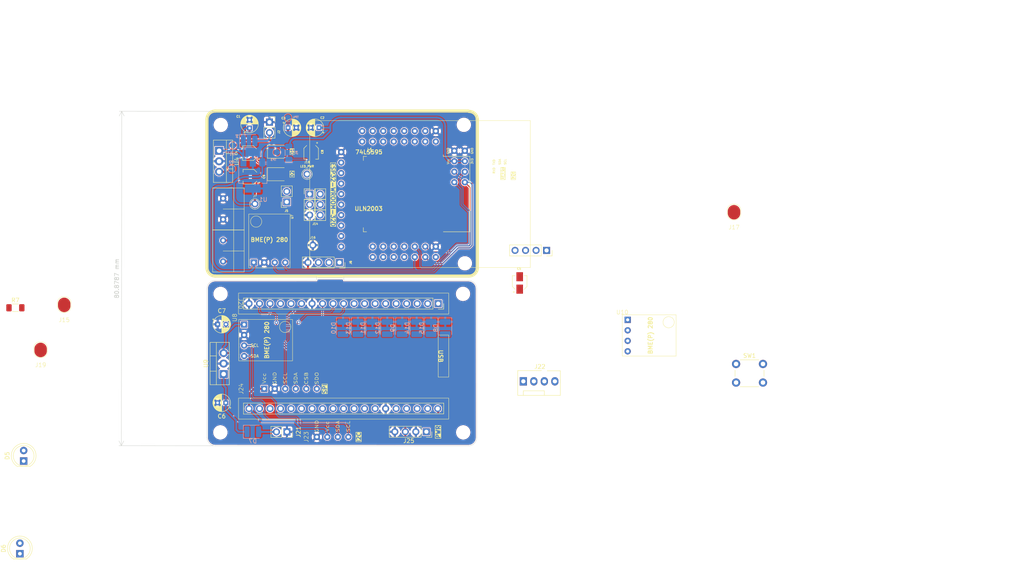
<source format=kicad_pcb>
(kicad_pcb (version 20240108) (generator "pcbnew") (generator_version "8.0")
  (layers (0 "F.Cu" signal) (31 "B.Cu" signal) (34 "B.Paste" user) (35 "F.Paste" user) (36 "B.SilkS" user "B.Silkscreen") (37 "F.SilkS" user "F.Silkscreen") (38 "B.Mask" user) (39 "F.Mask" user) (44 "Edge.Cuts" user))
  (net 0 "")
  (net 1 "GND")
  (net 2 "+3V3")
  (net 3 "+5V")
  (net 4 "/RXD")
  (net 5 "/TXD")
  (net 6 "/SDA")
  (net 7 "/GPIO_33")
  (net 8 "/SCL")
  (net 9 "/OUT3")
  (net 10 "/EN")
  (net 11 "/SOURCE2")
  (net 12 "/SOURCE1")
  (net 13 "/SOURCE3")
  (net 14 "/VDC")
  (net 15 "/DAC1")
  (net 16 "/DAC2")
  (net 17 "/GPIO39")
  (net 18 "/GPIO19")
  (net 19 "/GPIO17")
  (net 20 "/GPIO5")
  (net 21 "/GPIO18")
  (net 22 "/SD_DATA0")
  (net 23 "/ADC2_CH3")
  (net 24 "/SD_DATA3")
  (net 25 "/SD_CMD")
  (net 26 "/SD_CLK")
  (net 27 "/SD_DATA2")
  (net 28 "/SD_DATA1")
  (net 29 "/ADC2_CH0")
  (net 30 "/GPIO23")
  (net 31 "/GPIO36")
  (net 32 "/ADC2_CH2")
  (net 33 "/BOOT")
  (net 34 "/GPIO13")
  (net 35 "/SOURCE4")
  (net 36 "/SOURCE5")
  (net 37 "/SIPO_DATA")
  (net 38 "/SIPO_CLK")
  (net 39 "/SIPO_LATCH")
  (net 40 "/GPIO14")
  (net 41 "/OUT1")
  (net 42 "/VIN")
  (net 45 "Net-(D5-Pad1)")
  (net 46 "Net-(J15-Pin_1)")
  (net 47 "Net-(J19-Pin_1)")
  (net 48 "/OUT2")
  (net 60 "/RX")
  (net 65 "/TX")
  (net 76 "/SCL-2")
  (net 77 "/SDA-2")
  (net 80 "/12V")
  (net 82 "/QB-2")
  (net 83 "/QC-2")
  (net 84 "/QE-2")
  (net 85 "/QA-2")
  (net 86 "/QD-2")
  (net 87 "/QG-2")
  (net 88 "/QH-2")
  (net 89 "/QF-2")
  (net 90 "/SPI-SDO")
  (net 91 "/SPI-CSB")
  (net 92 "/SPI-SCL")
  (net 93 "/SPI-SDA")
  (net 94 "/D23")
  (net 95 "/D18")
  (footprint "Capacitor_THT:CP_Radial_D4.0mm_P2.00mm" (layer "F.Cu") (at 107 44.2 180)
    (property "Reference" "C2")
    (property "Value" "1uF")
  )
  (footprint "LED_SMD:LED_1210_3225Metric_Pad1.42x2.65mm_HandSolder" (layer "F.Cu") (at 97 55.45)
    (property "Reference" "D2")
    (property "Value" "STATUS")
  )
  (footprint "Capacitor_SMD:CP_Elec_3x5.3" (layer "F.Cu") (at 90.3 50.35 180)
    (property "Reference" "C4")
    (property "Value" "0.1uF")
  )
  (footprint "Resistor_SMD:R_1206_3216Metric_Pad1.30x1.75mm_HandSolder" (layer "F.Cu") (at 33.612 87.7585)
    (property "Reference" "R7")
    (property "Value" "4K7")
  )
  (footprint "LED_THT:LED_D5.0mm" (layer "F.Cu") (at 34.7 147.25 90)
    (property "Reference" "D6")
    (property "Value" "LED_STATUS")
  )
  (footprint "Button_Switch_THT:SW_PUSH_6mm" (layer "F.Cu") (at 207.8 101.35)
    (property "Reference" "SW1")
    (property "Value" "SW_Push")
  )
  (footprint "Connector:FanPinHeader_1x04_P2.54mm_Vertical" (layer "F.Cu") (at 156.38 105.55)
    (property "Reference" "J22")
    (property "Value" "Conn_01x04_Pin")
  )
  (footprint "Alexander Footprint Library:Pad_1x01_P2.54_SMD" (layer "F.Cu") (at 39.712 102.098)
    (property "Reference" "J19")
    (property "Value" "LED_PWR")
  )
  (footprint "Alexanddr Footprints Library:ESP32-WROOM-Adapter-Socket-2" (layer "F.Cu") (at 127.6 60.25 -90)
    (property "Reference" "J1")
    (property "Value" "~")
  )
  (footprint "Alexander Footprint Library:Pad_1x01_P2.54_SMD" (layer "F.Cu") (at 45.412 91.198)
    (property "Reference" "J15")
    (property "Value" "LED_PWR")
  )
  (footprint "MountingHole:MountingHole_3mm" (layer "F.Cu") (at 142 43.5)
    (property "Reference" "H1" (hide yes))
    (property "Value" "MountingHole_Pad")
  )
  (footprint "Connector_PinSocket_2.54mm:PinSocket_1x02_P2.54mm_Vertical" (layer "F.Cu") (at 99.25 117.775 -90)
    (property "Reference" "J21")
    (property "Value" "PWR")
  )
  (footprint "MountingHole:MountingHole_3mm" (layer "F.Cu") (at 83.25 43.53)
    (property "Reference" "H2" (hide yes))
    (property "Value" "MountingHole_Pad")
  )
  (footprint "Alexander Footprints Library:Conn_Terminal_5mm" (layer "F.Cu") (at 83.82 53.69)
    (property "Reference" "J9" (hide yes))
    (property "Value" "Conn_01x02_Socket")
  )
  (footprint "Alexander Footprint Library:Pad_1x01_P2.54_SMD" (layer "F.Cu") (at 207.3 68.7895)
    (property "Reference" "J17")
    (property "Value" "GND")
  )
  (footprint "MountingHole:MountingHole_3mm" (layer "F.Cu") (at 141.85 117.9)
    (property "Reference" "H4" (hide yes))
    (property "Value" "MountingHole_Pad")
  )
  (footprint "Capacitor_THT:CP_Radial_D4.0mm_P2.00mm" (layer "F.Cu") (at 82.5 91.75)
    (property "Reference" "C7")
    (property "Value" "1uF")
  )
  (footprint "Connector_PinSocket_2.54mm:PinSocket_1x04_P2.54mm_Vertical" (layer "F.Cu") (at 132.94 117.75 -90)
    (property "Reference" "J25")
    (property "Value" "PWR_SATA_Conn_01x04")
  )
  (footprint "Capacitor_SMD:CP_Elec_3x5.3" (layer "F.Cu") (at 90.4 56.05 180)
    (property "Reference" "C9")
    (property "Value" "0.1uF")
  )
  (footprint "Alexander Footprint Library:PinSocket_1x01_P2.54" (layer "F.Cu") (at 91.5 65.19)
    (property "Reference" "J7")
    (property "Value" "LED_PWR")
  )
  (footprint "Alexander Footprint Library:Conn_SPI" (layer "F.Cu") (at 88.68 107.35 90)
    (property "Reference" "J24")
    (property "Value" "~")
  )
  (footprint "Connector_PinSocket_2.54mm:PinSocket_1x02_P2.54mm_Vertical" (layer "F.Cu") (at 95.025 42.85)
    (property "Reference" "J2")
    (property "Value" "PWR")
  )
  (footprint "Connector_PinSocket_2.54mm:PinSocket_1x04_P2.54mm_Vertical" (layer "F.Cu") (at 111.94 76.8 -90)
    (property "Reference" "J6")
    (property "Value" "SOURCE")
  )
  (footprint "MountingHole:MountingHole_3mm" (layer "F.Cu") (at 83.15 117.9)
    (property "Reference" "H4" (hide yes))
    (property "Value" "MountingHole_Pad")
  )
  (footprint "Connector_PinSocket_2.54mm:PinSocket_1x04_P2.54mm_Vertical" (layer "F.Cu") (at 162 73.875 -90)
    (property "Reference" "J10" (hide yes))
    (property "Value" "ADC")
  )
  (footprint "Capacitor_SMD:CP_Elec_3x5.3" (layer "F.Cu") (at 155.5 81.75 90)
    (property "Reference" "C5")
    (property "Value" "0.1uF")
  )
  (footprint "MountingHole:MountingHole_3mm" (layer "F.Cu") (at 141.8 84.4)
    (property "Reference" "H4" (hide yes))
    (property "Value" "MountingHole_Pad")
  )
  (footprint "Capacitor_THT:CP_Radial_D4.0mm_P2.00mm" (layer "F.Cu") (at 99.5 44.2)
    (property "Reference" "C3")
    (property "Value" "1uF")
  )
  (footprint "Alexander Footprint Library:Conn_ESP32_WROOM-DevKit-38pins" (layer "F.Cu") (at 87.54 86.75 -90)
    (property "Reference" "J20")
    (property "Value" "~")
  )
  (footprint "Capacitor_SMD:CP_Elec_3x5.3" (layer "F.Cu") (at 105.1 50.05 -90)
    (property "Reference" "C8")
    (property "Value" "10uF")
  )
  (footprint "Alexander Footprint Library:LD1117" (layer "F.Cu") (at 83.945 103.79 90)
    (property "Reference" "U9")
    (property "Value" "L7805")
  )
  (footprint "Alexander Footprint Library:PinSocket_1x01_P2.54" (layer "F.Cu") (at 104.1 57.99)
    (property "Reference" "J18")
    (property "Value" "LED_PWR")
  )
  (footprint "Alexander Footprint Library:Conn_I2C" (layer "F.Cu") (at 98.84 119 90)
    (property "Reference" "J23")
    (property "Value" "I2C")
  )
  (footprint "Capacitor_THT:CP_Radial_D4.0mm_P2.00mm" (layer "F.Cu") (at 84.4726 110.75 180)
    (property "Reference" "C6")
    (property "Value" "1uF")
  )
  (footprint "Alexander Footprint Library:BME280_BMP280_I2C" (layer "F.Cu") (at 180.3 89.45)
    (property "Reference" "U10")
    (property "Value" "BME(P)280")
  )
  (footprint "MountingHole:MountingHole_3mm" (layer "F.Cu") (at 83.2 84.4)
    (property "Reference" "H4" (hide yes))
    (property "Value" "MountingHole_Pad")
  )
  (footprint "Connector_PinSocket_2.54mm:PinSocket_1x02_P2.54mm_Vertical" (layer "F.Cu") (at 99.2 62.15 180)
    (property "Reference" "J5")
    (property "Value" "DAC")
  )
  (footprint "Alexander Footprint Library:CONN_2x3" (layer "F.Cu") (at 104.74 55.17)
    (property "Reference" "J14")
    (property "Value" "GPIO")
  )
  (footprint "Alexander Footprints Library:Conn_UART" (layer "F.Cu") (at 139.7 42.15)
    (property "Reference" "J3" (hide yes))
    (property "Value" "UART")
  )
  (footprint "Alexander Footprint Library:PinSocket_1x01_P2.54" (layer "F.Cu") (at 105.5 75.19)
    (property "Reference" "J16")
    (property "Value" "GND")
  )
  (footprint "Capacitor_THT:CP_Radial_D4.0mm_P2.00mm" (layer "F.Cu") (at 90.2 44.3 90)
    (property "Reference" "C1")
    (property "Value" "1uF")
  )
  (footprint "Alexander Footprint Library:BME280_BMP280_I2C" (layer "F.Cu") (at 90 78.1 90)
    (property "Reference" "U7")
    (property "Value" "BME(P)280")
  )
  (footprint "Alexander Footprint Library:LD1117" (layer "F.Cu") (at 82.855 49.77 -90)
    (property "Reference" "U4")
    (property "Value" "L7805")
  )
  (footprint "Alexander Footprints Library:Conn_I2C" (layer "F.Cu") (at 142.24 42.15)
    (property "Reference" "J4" (hide yes))
    (property "Value" "I2C")
  )
  (footprint "LED_THT:LED_D5.0mm" (layer "F.Cu") (at 35.612 124.8335 90)
    (property "Reference" "D5")
    (property "Value" "LED_PWR")
  )
  (footprint "Alexander Footprint Library:BME280_BMP280_I2C" (layer "F.Cu") (at 87.6 90.59)
    (property "Reference" "U8")
    (property "Value" "BME(P)280")
  )
  (footprint "LED_SMD:LED_1210_3225Metric_Pad1.42x2.65mm_HandSolder" (layer "F.Cu") (at 97 50)
    (property "Reference" "D1")
    (property "Value" "PWR")
  )
  (footprint "MountingHole:MountingHole_3mm" (layer "F.Cu") (at 142.25 77)
    (property "Reference" "H4" (hide yes))
    (property "Value" "MountingHole_Pad")
  )
  (footprint "Alexander Footprints Library:Conn_Terminal_5mm" (layer "F.Cu") (at 83.82 63.85)
    (property "Reference" "J8" (hide yes))
    (property "Value" "Conn_01x02_Socket")
  )
  (footprint "TestPoint:TestPoint_Pad_D1.5mm" (layer "B.Cu") (at 99.5 41.75 180)
    (property "Reference" "TP4")
    (property "Value" "5V")
  )
  (footprint "LED_SMD:LED_1210_3225Metric_Pad1.42x2.65mm_HandSolder" (layer "B.Cu") (at 127.1 92.65 -90)
    (property "Reference" "D9")
    (property "Value" "PWR")
  )
  (footprint "TestPoint:TestPoint_Pad_D1.5mm" (layer "B.Cu") (at 96.8 50.15 180)
    (property "Reference" "TP3")
    (property "Value" "3V3")
  )
  (footprint "LED_SMD:LED_1210_3225Metric_Pad1.42x2.65mm_HandSolder" (layer "B.Cu") (at 119.9 92.65 -90)
    (property "Reference" "D11")
    (property "Value" "PWR")
  )
  (footprint "Diode_SMD:D_1210_3225Metric" (layer "B.Cu") (at 91 117.75)
    (property "Reference" "D7")
    (property "Value" "D")
  )
  (footprint "LED_SMD:LED_1210_3225Metric_Pad1.42x2.65mm_HandSolder" (layer "B.Cu") (at 134.1 92.65 -90)
    (property "Reference" "D15")
    (property "Value" "PWR")
  )
  (footprint "Resistor_SMD:R_1206_3216Metric_Pad1.30x1.75mm_HandSolder" (layer "B.Cu") (at 99.7 50.25 -90)
    (property "Reference" "R1")
    (property "Value" "10K")
  )
  (footprint "Diode_SMD:D_1210_3225Metric" (layer "B.Cu") (at 90.1 47.4)
    (property "Reference" "D4")
    (property "Value" "D")
  )
  (footprint "LED_SMD:LED_1210_3225Metric_Pad1.42x2.65mm_HandSolder" (layer "B.Cu") (at 130.6 92.65 -90)
    (property "Reference" "D14")
    (property "Value" "PWR")
  )
  (footprint "TestPoint:TestPoint_Pad_D1.5mm" (layer "B.Cu") (at 86.2 48.45 180)
    (property "Reference" "TP1")
    (property "Value" "VIN")
  )
  (footprint "LED_SMD:LED_1210_3225Metric_Pad1.42x2.65mm_HandSolder" (layer "B.Cu") (at 123.5 92.65 -90)
    (property "Reference" "D12")
    (property "Value" "PWR")
  )
  (footprint "TestPoint:TestPoint_Pad_D1.5mm" (layer "B.Cu") (at 85.9 54.15 180)
    (property "Reference" "TP2")
    (property "Value" "GND")
  )
  (footprint "LED_SMD:LED_1210_3225Metric_Pad1.42x2.65mm_HandSolder" (layer "B.Cu") (at 116.4 92.65 -90)
    (property "Reference" "D13")
    (property "Value" "PWR")
  )
  (footprint "LED_SMD:LED_1210_3225Metric_Pad1.42x2.65mm_HandSolder" (layer "B.Cu") (at 112.8 92.65 -90)
    (property "Reference" "D10")
    (property "Value" "PWR")
  )
  (footprint "Package_TO_SOT_SMD:SOT-223-3_TabPin2" (layer "B.Cu") (at 91 55.75 -90)
    (property "Reference" "U1")
    (property "Value" "MAX1726EUK33")
  )
  (footprint "LED_SMD:LED_1210_3225Metric_Pad1.42x2.65mm_HandSolder" (layer "B.Cu") (at 137.5 92.65 -90)
    (property "Reference" "D8")
    (property "Value" "PWR")
  )
  (gr_line (start 145.25 42.11421) (end 145.25 78.085782) (stroke (width 0.75)) (layer "F.SilkS"))
  (gr_line (start 81.914218 40.164218) (end 143.08579 40.164218) (stroke (width 0.75)) (layer "F.SilkS"))
  (gr_arc (start 145.25 78.085782) (mid 144.66422 79.500007) (end 143.25 80.085782) (stroke (width 0.75)) (layer "F.SilkS"))
  (gr_line (start 79.914218 42.11421) (end 79.914218 78.085782) (stroke (width 0.75)) (layer "F.SilkS"))
  (gr_arc (start 81.914218 80.085782) (mid 80.499999 79.500001) (end 79.914218 78.085782) (stroke (width 0.75)) (layer "F.SilkS"))
  (gr_arc (start 143.25 40.25) (mid 144.664214 40.835786) (end 145.25 42.25) (stroke (width 0.75)) (layer "F.SilkS"))
  (gr_arc (start 79.914218 42.164218) (mid 80.499999 40.749999) (end 81.914218 40.164218) (stroke (width 0.75)) (layer "F.SilkS"))
  (gr_line (start 81.914214 80.085782) (end 143.085786 80.085782) (stroke (width 0.75)) (layer "F.SilkS"))
  (gr_line (start 82.014214 80.235786) (end 106.4 80.25) (stroke (width 0.1)) (layer "Edge.Cuts"))
  (gr_line (start 80 42.25) (end 80.014214 78.235786) (stroke (width 0.1)) (layer "Edge.Cuts"))
  (gr_arc (start 79.921321 83.157107) (mid 80.507106 81.742896) (end 81.921321 81.157107) (stroke (width 0.1)) (layer "Edge.Cuts"))
  (gr_line (start 81.921321 121.128679) (end 143.107107 121.142893) (stroke (width 0.1)) (layer "Edge.Cuts"))
  (gr_arc (start 81.921321 121.128679) (mid 80.507101 120.542899) (end 79.921321 119.128679) (stroke (width 0.1)) (layer "Edge.Cuts"))
  (gr_line (start 143.092893 81.157107) (end 113 81.15) (stroke (width 0.1)) (layer "Edge.Cuts"))
  (gr_arc (start 145.107107 119.142893) (mid 144.521321 120.557107) (end 143.107107 121.142893) (stroke (width 0.1)) (layer "Edge.Cuts"))
  (gr_line (start 106.4 81.15) (end 81.921321 81.157107) (stroke (width 0.1)) (layer "Edge.Cuts"))
  (gr_arc (start 143.185786 40.264214) (mid 144.600004 40.849996) (end 145.185786 42.264214) (stroke (width 0.1)) (layer "Edge.Cuts"))
  (gr_line (start 113 80.25) (end 143.185786 80.235786) (stroke (width 0.1)) (layer "Edge.Cuts"))
  (gr_arc (start 82.014214 80.235786) (mid 80.599996 79.650004) (end 80.014214 78.235786) (stroke (width 0.1)) (layer "Edge.Cuts"))
  (gr_line (start 145.185786 42.264214) (end 145.185786 78.235786) (stroke (width 0.1)) (layer "Edge.Cuts"))
  (gr_arc (start 80 42.25) (mid 80.585786 40.835786) (end 82 40.25) (stroke (width 0.1)) (layer "Edge.Cuts"))
  (gr_line (start 145.107107 119.142893) (end 145.092893 83.157107) (stroke (width 0.1)) (layer "Edge.Cuts"))
  (gr_line (start 79.921321 119.128679) (end 79.921321 83.157107) (stroke (width 0.1)) (layer "Edge.Cuts"))
  (gr_line (start 106.4 81.15) (end 106.4 80.25) (stroke (width 0.1)) (layer "Edge.Cuts"))
  (gr_arc (start 145.185786 78.235786) (mid 144.600004 79.650004) (end 143.185786 80.235786) (stroke (width 0.1)) (layer "Edge.Cuts"))
  (gr_arc (start 143.092893 81.157107) (mid 144.507112 81.742888) (end 145.092893 83.157107) (stroke (width 0.1)) (layer "Edge.Cuts"))
  (gr_line (start 113 81.15) (end 113 80.25) (stroke (width 0.1)) (layer "Edge.Cuts"))
  (gr_line (start 143.185786 40.264214) (end 82 40.25) (stroke (width 0.1)) (layer "Edge.Cuts"))
  (gr_text "SCL" (at 90.4 96.85 0) (layer "F.SilkS") (effects (font (size 0.7 0.7) (thickness 0.125) (bold yes)) (justify left)))
  (gr_text "SDA" (at 90.4 99.45 0) (layer "F.SilkS") (effects (font (size 0.7 0.7) (thickness 0.125) (bold yes)) (justify left)))
  (gr_text "PWR" (at 136.4 119.55 90) (layer "F.SilkS" knockout) (effects (font (size 1 1) (thickness 0.25) (bold yes)) (justify left bottom)))
  (gr_text "74LS595" (at 119.057143 50.1 0) (layer "F.SilkS") (effects (font (size 1 1) (thickness 0.2) (bold yes))))
  (gr_text "ULN2003" (at 115.5 64.374 0) (layer "F.SilkS") (effects (font (size 1 1) (thickness 0.2) (bold yes)) (justify left bottom)))
  (dimension (type aligned) (layer "Edge.Cuts") (pts (xy 81.921321 121.128679) (xy 82 40.25)) (height -22.6907) (gr_text "80.8787 mm" (at 58.119973 80.666146 89.94426182) (layer "Edge.Cuts") (effects (font (size 1 1) (thickness 0.15)))) (format (prefix "") (suffix "") (units 3) (units_format 1) (precision 4)) (style (thickness 0.1) (arrow_length 1.27) (text_position_mode 0) (extension_height 0.58642) (extension_offset 0.5) keep_text_aligned))
  (segment (start 84.21 66) (end 83.82 66.39) (width 0.5) (layer "F.Cu") (net 1))
  (segment (start 95.5 54.8625) (end 95.5125 54.85) (width 0.25) (layer "F.Cu") (net 1))
  (segment (start 95.5 55.4625) (end 95.5125 55.45) (width 0.25) (layer "F.Cu") (net 1))
  (segment (start 91.5 59.65) (end 91.9 59.25) (width 0.5) (layer "F.Cu") (net 2))
  (segment (start 90.08 108.57) (end 90.08 112.15) (width 0.5) (layer "F.Cu") (net 2))
  (segment (start 91.3 107.35) (end 90.08 108.57) (width 0.5) (layer "F.Cu") (net 2))
  (segment (start 91.9 59.25) (end 91.9 56.05) (width 0.5) (layer "F.Cu") (net 2))
  (segment (start 93.76 107.35) (end 91.3 107.35) (width 0.5) (layer "F.Cu") (net 2))
  (segment (start 91.5 62.62) (end 91.5 59.65) (width 0.5) (layer "F.Cu") (net 2))
  (segment (start 98.4875 50) (end 101.05 50) (width 0.5) (layer "F.Cu") (net 2))
  (segment (start 102.5 48.55) (end 105.1 48.55) (width 0.5) (layer "F.Cu") (net 2))
  (segment (start 101.05 50) (end 102.5 48.55) (width 0.5) (layer "F.Cu") (net 2))
  (segment (start 96.075 48.7) (end 97.525 48.7) (width 0.5) (layer "B.Cu") (net 2))
  (segment (start 109.408578 44.2) (end 107 44.2) (width 0.5) (layer "B.Cu") (net 2))
  (segment (start 93.21 115.25) (end 101 115.25) (width 0.5) (layer "B.Cu") (net 2))
  (segment (start 81.3 75.997918) (end 81.3 59.75104) (width 0.5) (layer "B.Cu") (net 2))
  (segment (start 93.3 54.905025) (end 93.3 52.6) (width 0.5) (layer "B.Cu") (net 2))
  (segment (start 100 48.7) (end 100 48.03033) (width 0.5) (layer "B.Cu") (net 2))
  (segment (start 139.13 52.31) (end 139.7 52.31) (width 0.5) (layer "B.Cu") (net 2))
  (segment (start 138.156949 51.906949) (end 138.03 51.78) (width 0.5) (layer "B.Cu") (net 2))
  (segment (start 109 117.5) (end 109 119) (width 0.5) (layer "B.Cu") (net 2))
  (segment (start 84.202081 78.9) (end 89.990883 78.9) (width 0.5) (layer "B.Cu") (net 2))
  (segment (start 109.75 45) (end 109.75 44.141421) (width 0.5) (layer "B.Cu") (net 2))
  (segment (start 109.75 43.858578) (end 109.75 44.141421) (width 0.5) (layer "B.Cu") (net 2))
  (segment (start 104.722182 46.75) (end 106.277817 46.75) (width 0.5) (layer "B.Cu") (net 2))
  (segment (start 139.7 52.31) (end 142.24 52.31) (width 0.5) (layer "B.Cu") (net 2))
  (segment (start 137.5 50.500466) (end 137.5 43.883883) (width 0.5) (layer "B.Cu") (net 2))
  (segment (start 88.207106 62.75) (end 91.5 62.75) (width 0.5) (layer "B.Cu") (net 2))
  (segment (start 86.5 61.042893) (end 86.5 57.5) (width 0.5) (layer "B.Cu") (net 2))
  (segment (start 106.277817 46.75) (end 108 46.75) (width 0.5) (layer "B.Cu") (net 2))
  (segment (start 101 115.25) (end 102.5 116.75) (width 0.5) (layer "B.Cu") (net 2))
  (segment (start 91.22 77.670883) (end 91.22 76.8) (width 0.5) (layer "B.Cu") (net 2))
  (segment (start 89.455634 56.1) (end 92.105025 56.1) (width 0.5) (layer "B.Cu") (net 2))
  (segment (start 96.075 48.7) (end 95.177817 48.7) (width 0.5) (layer "B.Cu") (net 2))
  (segment (start 90.11 112.15) (end 93.21 115.25) (width 0.5) (layer "B.Cu") (net 2))
  (segment (start 108.25 116.75) (end 109 117.5) (width 0.5) (layer "B.Cu") (net 2))
  (segment (start 104.722182 46.75) (end 101.28033 46.75) (width 0.5) (layer "B.Cu") (net 2))
  (segment (start 108 46.75) (end 109.75 45) (width 0.5) (layer "B.Cu") (net 2))
  (segment (start 96.8 49.425) (end 96.8 50.15) (width 0.25) (layer "B.Cu") (net 2))
  (segment (start 109.75 43.625) (end 109.75 43.858578) (width 0.5) (layer "B.Cu") (net 2))
  (segment (start 110.015165 42.984834) (end 110.5 42.5) (width 0.5) (layer "B.Cu") (net 2))
  (segment (start 93.3 52.6) (end 93.3 50.577817) (width 0.5) (layer "B.Cu") (net 2))
  (segment (start 82.75104 58.3) (end 84.144365 58.3) (width 0.5) (layer "B.Cu") (net 2))
  (segment (start 102.5 116.75) (end 108.25 116.75) (width 0.5) (layer "B.Cu") (net 2))
  (segment (start 112.31066 41.75) (end 135.366116 41.75) (width 0.5) (layer "B.Cu") (net 2))
  (segment (start 100 48.7) (end 97.525 48.7) (width 0.5) (layer "B.Cu") (net 2))
  (arc (start 136.875 42.375) (mid 137.337567 43.067281) (end 137.5 43.883883) (width 0.5) (layer "B.Cu") (net 2))
  (arc (start 137.5 50.500466) (mid 137.637742 51.192944) (end 138.03 51.78) (width 0.5) (layer "B.Cu") (net 2))
  (arc (start 93.3 54.905025) (mid 93.209037 55.362322) (end 92.95 55.75) (width 0.5) (layer "B.Cu") (net 2))
  (arc (start 86.8 57.2) (mid 85.581584 58.014119) (end 84.144365 58.3) (width 0.5) (layer "B.Cu") (net 2))
  (arc (start 89.455634 56.1) (mid 88.018415 56.38588) (end 86.8 57.2) (width 0.5) (layer "B.Cu") (net 2))
  (arc (start 86.5 61.042893) (mid 86.629945 61.696174) (end 87 62.25) (width 0.5) (layer "B.Cu") (net 2))
  (arc (start 82.75104 58.3) (mid 82.195751 58.410453) (end 81.725 58.725) (width 0.5) (layer "B.Cu") (net 2))
  (arc (start 92.95 55.75) (mid 92.562322 56.009037) (end 92.105025 56.1) (width 0.5) (layer "B.Cu") (net 2))
  (arc (start 95.177817 48.7) (mid 94.459207 48.84294) (end 93.85 49.25) (width 0.5) (layer "B.Cu") (net 2))
  (arc (start 96.8 49.425) (mid 96.587652 48.912347) (end 96.075 48.7) (width 0.25) (layer "B.Cu") (net 2))
  (arc (start 82.15 78.05) (mid 83.091502 78.679092) (end 84.202081 78.9) (width 0.5) (layer "B.Cu") (net 2))
  (arc (start 110.015165 42.984834) (mid 109.818914 43.278544) (end 109.75 43.625) (width 0.5) (layer "B.Cu") (net 2))
  (arc (start 109.75 44.141421) (mid 109.713838 44.087301) (end 109.65 44.1) (width 0.5) (layer "B.Cu") (net 2))
  (arc (start 136.875 42.375) (mid 136.182718 41.912432) (end 135.366116 41.75) (width 0.5) (layer "B.Cu") (net 2))
  (arc (start 93.85 49.25) (mid 93.44294 49.859207) (end 93.3 50.577817) (width 0.5) (layer "B.Cu") (net 2))
  (arc (start 90.86 78.54) (mid 90.461245 78.806439) (end 89.990883 78.9) (width 0.5) (layer "B.Cu") (net 2))
  (arc (start 109.65 44.1) (mid 109.539234 44.17401) (end 109.408578 44.2) (width 0.5) (layer "B.Cu") (net 2))
  (arc (start 87 62.25) (mid 87.553825 62.620054) (end 88.207106 62.75) (width 0.5) (layer "B.Cu") (net 2))
  (arc (start 81.725 58.725) (mid 81.410453 59.195751) (end 81.3 59.75104) (width 0.5) (layer "B.Cu") (net 2))
  (arc (start 138.156949 51.906949) (mid 138.603388 52.20525) (end 139.13 52.31) (width 0.5) (layer "B.Cu") (net 2))
  (arc (start 101.28033 46.75) (mid 100.790368 46.847459) (end 100.375 47.125) (width 0.5) (layer "B.Cu") (net 2))
  (arc (start 91.22 77.670883) (mid 91.126439 78.141245) (end 90.86 78.54) (width 0.5) (layer "B.Cu") (net 2))
  (arc (start 109.65 44.1) (mid 109.72401 43.989234) (end 109.75 43.858578) (width 0.5) (layer "B.Cu") (net 2))
  (arc (start 112.31066 41.75) (mid 111.330737 41.944918) (end 110.5 42.5) (width 0.5) (layer "B.Cu") (net 2))
  (arc (start 100.375 47.125) (mid 100.097459 47.540368) (end 100 48.03033) (width 0.5) (layer "B.Cu") (net 2))
  (arc (start 81.3 75.997918) (mid 81.520907 77.108496) (end 82.15 78.05) (width 0.5) (layer "B.Cu") (net 2))
  (segment (start 99.5 45.693413) (end 99.5 44.2) (width 0.5) (layer "F.Cu") (net 3))
  (segment (start 98.6375 46.9625) (end 99.2125 46.3875) (width 0.5) (layer "F.Cu") (net 3))
  (segment (start 83.945 98.71) (end 86.21 98.71) (width 0.5) (layer "F.Cu") (net 3))
  (segment (start 86.75 99.25) (end 86.75 100) (width 0.5) (layer "F.Cu") (net 3))
  (segment (start 127.86 116.39) (end 129 115.25) (width 0.5) (layer "F.Cu") (net 3))
  (segment (start 129 115.25) (end 135.25 115.25) (width 0.5) (layer "F.Cu") (net 3))
  (segment (start 135.81 114.69) (end 135.81 112.15) (width 0.5) (layer "F.Cu") (net 3))
  (segment (start 86.75 114.25) (end 87.75 115.25) (width 0.5) (layer "F.Cu") (net 3))
  (segment (start 86.75 100) (end 86.75 114.25) (width 0.5) (layer "F.Cu") (net 3))
  (segment (start 88.1 47.25) (end 97.943413 47.25) (width 0.5) (layer "F.Cu") (net 3))
  (segment (start 84.9 54.85) (end 85.4 54.35) (width 0.5) (layer "F.Cu") (net 3))
  (segment (start 85.4 54.35) (end 85.4 49.95) (width 0.5) (layer "F.Cu") (net 3))
  (segment (start 127.86 118.65) (end 127.86 116.39) (width 0.5) (layer "F.Cu") (net 3))
  (segment (start 86.21 98.71) (end 86.75 99.25) (width 0.5) (layer "F.Cu") (net 3))
  (segment (start 135.25 115.25) (end 135.81 114.69) (width 0.5) (layer "F.Cu") (net 3))
  (segment (start 82.855 54.85) (end 84.9 54.85) (width 0.5) (layer "F.Cu") (net 3))
  (segment (start 85.4 49.95) (end 88.1 47.25) (width 0.5) (layer "F.Cu") (net 3))
  (segment (start 87.75 115.25) (end 129 115.25) (width 0.5) (layer "F.Cu") (net 3))
  (arc (start 97.943413 47.25) (mid 98.31905 47.175281) (end 98.6375 46.9625) (width 0.5) (layer "F.Cu") (net 3))
  (arc (start 99.5 45.693413) (mid 99.425281 46.06905) (end 99.2125 46.3875) (width 0.5) (layer "F.Cu") (net 3))
  (segment (start 83.945 97.305) (end 84.5 96.75) (width 0.5) (layer "B.Cu") (net 3))
  (segment (start 84.5 94.05) (end 84.5 91.75) (width 0.5) (layer "B.Cu") (net 3))
  (segment (start 88.9 91.81) (end 86.74 91.81) (width 0.5) (layer "B.Cu") (net 3))
  (segment (start 83.945 98.71) (end 83.945 97.305) (width 0.5) (layer "B.Cu") (net 3))
  (segment (start 86.74 91.81) (end 84.5 94.05) (width 0.5) (layer "B.Cu") (net 3))
  (segment (start 84.5 96.75) (end 84.5 94.05) (width 0.5) (layer "B.Cu") (net 3))
  (segment (start 99.5 42.25) (end 99.5 44.2) (width 0.25) (layer "B.Cu") (net 3))
  (segment (start 139.7 57.35) (end 139.7 57.39) (width 0.25) (layer "F.Cu") (net 4))
  (segment (start 140.3 57.45) (end 139.3 57.45) (width 0.25) (layer "F.Cu") (net 4))
  (segment (start 142.918198 72.331802) (end 140.231802 72.331802) (width 0.25) (layer "B.Cu") (net 4))
  (segment (start 131.4 77.75) (end 131.4 74.21) (width 0.25) (layer "B.Cu") (net 4))
  (segment (start 131.8 78.15) (end 131.4 77.75) (width 0.25) (layer "B.Cu") (net 4))
  (segment (start 131.4 74.21) (end 130.14 72.95) (width 0.25) (layer "B.Cu") (net 4))
  (segment (start 140.231802 72.331802) (end 134.413604 78.15) (width 0.25) (layer "B.Cu") (net 4))
  (segment (start 134.413604 78.15) (end 131.8 78.15) (width 0.25) (layer "B.Cu") (net 4))
  (segment (start 139.7 57.39) (end 141.34 59.03) (width 0.25) (layer "B.Cu") (net 4))
  (segment (start 141.34 59.03) (end 141.34 62.876396) (width 0.25) (layer "B.Cu") (net 4))
  (segment (start 143.1 64.636396) (end 143.1 72.15) (width 0.25) (layer "B.Cu") (net 4))
  (segment (start 143.1 72.15) (end 142.918198 72.331802) (width 0.25) (layer "B.Cu") (net 4))
  (segment (start 141.34 62.876396) (end 143.1 64.636396) (width 0.25) (layer "B.Cu") (net 4))
  (segment (start 143.4 73.25) (end 140.7 73.25) (width 0.25) (layer "F.Cu") (net 5))
  (segment (start 143.453 56.303) (end 144 56.85) (width 0.25) (layer "F.Cu") (net 5))
  (segment (start 144 56.85) (end 144 72.65) (width 0.25) (layer "F.Cu") (net 5))
  (segment (start 139.7 54.85) (end 141.153 56.303) (width 0.25) (layer "F.Cu") (net 5))
  (segment (start 141.153 56.303) (end 143.453 56.303) (width 0.25) (layer "F.Cu") (net 5))
  (segment (start 144 72.65) (end 143.4 73.25) (width 0.25) (layer "F.Cu") (net 5))
  (segment (start 136.9 77.05) (end 134.2 77.05) (width 0.25) (layer "F.Cu") (net 5))
  (segment (start 134.2 77.05) (end 132.68 75.53) (width 0.25) (layer "F.Cu") (net 5))
  (segment (start 140.7 73.25) (end 136.9 77.05) (width 0.25) (layer "F.Cu") (net 5))
  (segment (start 132.68 75.53) (end 132.68 75.49) (width 0.25) (layer "F.Cu") (net 5))
  (segment (start 139.7 54.85) (end 139.5 54.85) (width 0.25) (layer "F.Cu") (net 5))
  (segment (start 142.24 54.85) (end 142.24 55.51) (width 0.25) (layer "F.Cu") (net 6))
  (segment (start 130.14 75.49) (end 130.14 78.09) (width 0.25) (layer "B.Cu") (net 6))
  (segment (start 141.79 58.74) (end 141 57.95) (width 0.25) (layer "B.Cu") (net 6))
  (segment (start 140.418198 72.781802) (end 143.281802 72.781802) (width 0.25) (layer "B.Cu") (net 6))
  (segment (start 98.84 76.8) (end 98.84 78.09) (width 0.25) (layer "B.Cu") (net 6))
  (segment (start 130.14 78.09) (end 130.7 78.65) (width 0.25) (layer "B.Cu") (net 6))
  (segment (start 143.55 64.45) (end 141.79 62.69) (width 0.25) (layer "B.Cu") (net 6))
  (segment (start 134.55 78.65) (end 140.418198 72.781802) (width 0.25) (layer "B.Cu") (net 6))
  (segment (start 141.79 62.69) (end 141.79 58.74) (width 0.25) (layer "B.Cu") (net 6))
  (segment (start 99.4 78.65) (end 130.7 78.65) (width 0.25) (layer "B.Cu") (net 6))
  (segment (start 141 56.09) (end 142.24 54.85) (width 0.25) (layer "B.Cu") (net 6))
  (segment (start 130.7 78.65) (end 134.55 78.65) (width 0.25) (layer "B.Cu") (net 6))
  (segment (start 98.84 78.09) (end 99.4 78.65) (width 0.25) (layer "B.Cu") (net 6))
  (segment (start 143.281802 72.781802) (end 143.55 72.513604) (width 0.25) (layer "B.Cu") (net 6))
  (segment (start 143.55 72.513604) (end 143.55 64.45) (width 0.25) (layer "B.Cu") (net 6))
  (segment (start 141 57.95) (end 141 56.09) (width 0.25) (layer "B.Cu") (net 6))
  (segment (start 143.231802 72.781802) (end 140.368198 72.781802) (width 0.25) (layer "F.Cu") (net 8))
  (segment (start 133.98 74.25) (end 132.68 72.95) (width 0.25) (layer "F.Cu") (net 8))
  (segment (start 143.5 72.513604) (end 143.231802 72.781802) (width 0.25) (layer "F.Cu") (net 8))
  (segment (start 142.24 57.39) (end 143.5 58.65) (width 0.25) (layer "F.Cu") (net 8))
  (segment (start 140.368198 72.781802) (end 138.9 74.25) (width 0.25) (layer "F.Cu") (net 8))
  (segment (start 143.5 58.65) (end 143.5 72.513604) (width 0.25) (layer "F.Cu") (net 8))
  (segment (start 138.9 74.25) (end 133.98 74.25) (width 0.25) (layer "F.Cu") (net 8))
  (segment (start 140.6 73.3) (end 143.4 73.3) (width 0.25) (layer "B.Cu") (net 8))
  (segment (start 144 72.7) (end 144 57.95) (width 0.25) (layer "B.Cu") (net 8))
  (segment (start 144 57.95) (end 143.44 57.39) (width 0.25) (layer "B.Cu") (net 8))
  (segment (start 96.3 78.45) (end 96.95 79.1) (width 0.25) (layer "B.Cu") (net 8))
  (segment (start 96.95 79.1) (end 134.8 79.1) (width 0.25) (layer "B.Cu") (net 8))
  (segment (start 143.44 57.39) (end 142.24 57.39) (width 0.25) (layer "B.Cu") (net 8))
  (segment (start 134.8 79.1) (end 140.6 73.3) (width 0.25) (layer "B.Cu") (net 8))
  (segment (start 143.4 73.3) (end 144 72.7) (width 0.25) (layer "B.Cu") (net 8))
  (segment (start 96.3 76.8) (end 96.3 78.45) (width 0.25) (layer "B.Cu") (net 8))
  (segment (start 91.8 52.25) (end 92.3 52.75) (width 0.25) (layer "F.Cu") (net 10))
  (segment (start 92.3 52.75) (end 103.27 52.75) (width 0.25) (layer "F.Cu") (net 10))
  (segment (start 91.8 50.35) (end 91.8 52.25) (width 0.25) (layer "F.Cu") (net 10))
  (segment (start 100 51.8) (end 103.9 51.8) (width 0.25) (layer "B.Cu") (net 10))
  (segment (start 86.37 71.47) (end 88 73.1) (width 0.5) (layer "F.Cu") (net 11))
  (segment (start 88 73.1) (end 99 73.1) (width 0.5) (layer "F.Cu") (net 11))
  (segment (start 83.82 71.47) (end 86.37 71.47) (width 0.5) (layer "F.Cu") (net 11))
  (segment (start 86.275 76.55) (end 88.075 74.75) (width 0.5) (layer "F.Cu") (net 12))
  (segment (start 83.82 76.55) (end 86.275 76.55) (width 0.5) (layer "F.Cu") (net 12))
  (segment (start 88.075 74.75) (end 99.75 74.75) (width 0.5) (layer "F.Cu") (net 12))
  (segment (start 96.71 117.775) (end 92.425 117.775) (width 0.5) (layer "B.Cu") (net 14))
  (segment (start 92.425 117.775) (end 92.4 117.75) (width 0.5) (layer "B.Cu") (net 14))
  (segment (start 95.025 46.674479) (end 95.025 45.39) (width 0.5) (layer "B.Cu") (net 14))
  (segment (start 94.299479 47.4) (end 91.5 47.4) (width 0.5) (layer "B.Cu") (net 14))
  (arc (start 95.025 46.674479) (mid 94.969773 46.952124) (end 94.8125 47.1875) (width 0.5) (layer "B.Cu") (net 14))
  (arc (start 94.8125 47.1875) (mid 94.577124 47.344773) (end 94.299479 47.4) (width 0.5) (layer "B.Cu") (net 14))
  (segment (start 127.5 73.6) (end 128.2 72.9) (width 0.25) (layer "F.Cu") (net 21))
  (segment (start 89.5 46.25) (end 87.71 46.25) (width 0.5) (layer "F.Cu") (net 42))
  (segment (start 87.71 46.25) (end 84.19 49.77) (width 0.5) (layer "F.Cu") (net 42))
  (segment (start 90.2 45.55) (end 89.5 46.25) (width 0.5) (layer "F.Cu") (net 42))
  (segment (start 84.19 49.77) (end 82.855 49.77) (width 0.5) (layer "F.Cu") (net 42))
  (segment (start 90.2 44.3) (end 90.2 45.55) (width 0.5) (layer "F.Cu") (net 42))
  (segment (start 88.7 50.546446) (end 88.7 51.253553) (width 0.5) (layer "B.Cu") (net 42))
  (segment (start 84.4726 112.4726) (end 84.4726 109.5) (width 0.5) (layer "B.Cu") (net 42))
  (segment (start 88.7 45.153553) (end 88.7 47.4) (width 0.5) (layer "B.Cu") (net 42))
  (segment (start 86.2 49.11) (end 86.2 48.45) (width 0.25) (layer "B.Cu") (net 42))
  (segment (start 88.45 50.65) (end 88.2 50.4) (width 0.5) (layer "B.Cu") (net 42))
  (segment (start 88.7 50.546446) (end 88.7 47.4) (width 0.5) (layer "B.Cu") (net 42))
  (segment (start 84.4726 107.0826) (end 83.945 106.555) (width 0.5) (layer "B.Cu") (net 42))
  (segment (start 83.945 106.555) (end 83.945 103.79) (width 0.5) (layer "B.Cu") (net 42))
  (segment (start 88.45 50.65) (end 88.054368 50.254368) (width 0.5) (layer "B.Cu") (net 42))
  (segment (start 87.5 117.75) (end 87 117.25) (width 0.5) (layer "B.Cu") (net 42))
  (segment (start 89.553553 44.3) (end 90.2 44.3) (width 0.5) (layer "B.Cu") (net 42))
  (segment (start 84.4726 109.5) (end 84.4726 107.0826) (width 0.5) (layer "B.Cu") (net 42))
  (segment (start 88.7 51.253553) (end 88.7 52.6) (width 0.5) (layer "B.Cu") (net 42))
  (segment (start 89.6 117.75) (end 87.5 117.75) (width 0.5) (layer "B.Cu") (net 42))
  (segment (start 87 117.25) (end 87 115) (width 0.5) (layer "B.Cu") (net 42))
  (segment (start 87 115) (end 84.4726 112.4726) (width 0.5) (layer "B.Cu") (net 42))
  (segment (start 86.86 49.77) (end 85.54 49.77) (width 0.5) (layer "B.Cu") (net 42))
  (segment (start 86.885 49.77) (end 86.86 49.77) (width 0.5) (layer "B.Cu") (net 42))
  (segment (start 85.54 49.77) (end 82.855 49.77) (width 0.5) (layer "B.Cu") (net 42))
  (arc (start 89.553553 44.3) (mid 89.226912 44.364972) (end 88.95 44.55) (width 0.5) (layer "B.Cu") (net 42))
  (arc (start 86.2 49.11) (mid 86.393309 49.57669) (end 86.86 49.77) (width 0.25) (layer "B.Cu") (net 42))
  (arc (start 88.7 51.253553) (mid 88.635027 50.926912) (end 88.45 50.65) (width 0.5) (layer "B.Cu") (net 42))
  (arc (start 88.45 50.65) (mid 88.45 50.65) (end 88.45 50.65) (width 0.5) (layer "B.Cu") (net 42))
  (arc (start 88.45 50.65) (mid 88.609596 50.681745) (end 88.7 50.546446) (width 0.5) (layer "B.Cu") (net 42))
  (arc (start 88.054368 50.254368) (mid 87.517857 49.895883) (end 86.885 49.77) (width 0.5) (layer "B.Cu") (net 42))
  (arc (start 88.95 44.55) (mid 88.764972 44.826912) (end 88.7 45.153553) (width 0.5) (layer "B.Cu") (net 42))
  (segment (start 90.56 96.89) (end 88.9 96.89) (width 0.25) (layer "F.Cu") (net 76))
  (segment (start 92.413604 89.7) (end 90.9 91.213604) (width 0.25) (layer "F.Cu") (net 76))
  (segment (start 95.16 86.75) (end 95.16 89.19) (width 0.25) (layer "F.Cu") (net 76))
  (segment (start 90.9 91.213604) (end 90.9 96.55) (width 0.25) (layer "F.Cu") (net 76))
  (segment (start 95.19 86.75) (end 95.16 86.75) (width 0.25) (layer "F.Cu") (net 76))
  (segment (start 90.9 96.55) (end 90.56 96.89) (width 0.25) (layer "F.Cu") (net 76))
  (segment (start 94.65 89.7) (end 92.413604 89.7) (width 0.25) (layer "F.Cu") (net 76))
  (segment (start 95.16 89.19) (end 94.65 89.7) (width 0.25) (layer "F.Cu") (net 76))
  (segment (start 96.5 110.65) (end 96.5 113.425) (width 0.25) (layer "B.Cu") (net 76))
  (segment (start 96.5 113.425) (end 97.3 114.225) (width 0.25) (layer "B.Cu") (net 76))
  (segment (start 90.54 96.89) (end 90.9 97.25) (width 0.25) (layer "B.Cu") (net 76))
  (segment (start 102.975 115.725) (end 113.175 115.725) (width 0.25) (layer "B.Cu") (net 76))
  (segment (start 88.9 96.89) (end 90.54 96.89) (width 0.25) (layer "B.Cu") (net 76))
  (segment (start 95.4 109.55) (end 96.5 110.65) (width 0.25) (layer "B.Cu") (net 76))
  (segment (start 91.3 109.55) (end 95.4 109.55) (width 0.25) (layer "B.Cu") (net 76))
  (segment (start 97.3 114.225) (end 101.475 114.225) (width 0.25) (layer "B.Cu") (net 76))
  (segment (start 90.9 97.25) (end 90.9 109.15) (width 0.25) (layer "B.Cu") (net 76))
  (segment (start 101.475 114.225) (end 102.975 115.725) (width 0.25) (layer "B.Cu") (net 76))
  (segment (start 114.08 116.63) (end 114.08 119) (width 0.25) (layer "B.Cu") (net 76))
  (segment (start 113.175 115.725) (end 114.08 116.63) (width 0.25) (layer "B.Cu") (net 76))
  (segment (start 90.9 109.15) (end 91.3 109.55) (width 0.25) (layer "B.Cu") (net 76))
  (segment (start 90.6 97.486396) (end 90.6 98.85) (width 0.25) (layer "F.Cu") (net 77))
  (segment (start 90.02 99.43) (end 88.9 99.43) (width 0.25) (layer "F.Cu") (net 77))
  (segment (start 102.81 86.75) (end 99.41 90.15) (width 0.25) (layer "F.Cu") (net 77))
  (segment (start 91.35 91.4) (end 91.35 96.736396) (width 0.25) (layer "F.Cu") (net 77))
  (segment (start 99.41 90.15) (end 92.6 90.15) (width 0.25) (layer "F.Cu") (net 77))
  (segment (start 91.35 96.736396) (end 90.6 97.486396) (width 0.25) (layer "F.Cu") (net 77))
  (segment (start 90.6 98.85) (end 90.02 99.43) (width 0.25) (layer "F.Cu") (net 77))
  (segment (start 92.6 90.15) (end 91.35 91.4) (width 0.25) (layer "F.Cu") (net 77))
  (segment (start 111.54 116.99) (end 111.54 119) (width 0.25) (layer "B.Cu") (net 77))
  (segment (start 93.9 110.75) (end 93.9 113.65) (width 0.25) (layer "B.Cu") (net 77))
  (segment (start 93.9 113.65) (end 94.925 114.675) (width 0.25) (layer "B.Cu") (net 77))
  (segment (start 89.98 99.43) (end 90.42 99.87) (width 0.25) (layer "B.Cu") (net 77))
  (segment (start 102.75 116.175) (end 110.725 116.175) (width 0.25) (layer "B.Cu") (net 77))
  (segment (start 94.925 114.675) (end 101.25 114.675) (width 0.25) (layer "B.Cu") (net 77))
  (segment (start 110.725 116.175) (end 111.54 116.99) (width 0.25) (layer "B.Cu") (net 77))
  (segment (start 90.42 109.37) (end 91.1 110.05) (width 0.25) (layer "B.Cu") (net 77))
  (segment (start 101.25 114.675) (end 102.75 116.175) (width 0.25) (layer "B.Cu") (net 77))
  (segment (start 93.2 110.05) (end 93.9 110.75) (width 0.25) (layer "B.Cu") (net 77))
  (segment (start 91.1 110.05) (end 93.2 110.05) (width 0.25) (layer "B.Cu") (net 77))
  (segment (start 88.9 99.43) (end 89.98 99.43) (width 0.25) (layer "B.Cu") (net 77))
  (segment (start 90.42 99.87) (end 90.42 109.37) (width 0.25) (layer "B.Cu") (net 77))
  (segment (start 97.6 94.85) (end 97.6 93.85) (width 0.25) (layer "F.Cu") (net 90))
  (segment (start 107.86 92.79) (end 107.86 86.75) (width 0.25) (layer "F.Cu") (net 90))
  (segment (start 106.46 103.71) (end 97.6 94.85) (width 0.25) (layer "F.Cu") (net 90))
  (segment (start 106.46 107.35) (end 106.46 103.71) (width 0.25) (layer "F.Cu") (net 90))
  (segment (start 107.3 93.35) (end 107.86 92.79) (width 0.25) (layer "F.Cu") (net 90))
  (segment (start 97.6 93.85) (end 98.1 93.35) (width 0.25) (layer "F.Cu") (net 90))
  (segment (start 98.1 93.35) (end 107.3 93.35) (width 0.25) (layer "F.Cu") (net 90))
  (segment (start 102.1 91.25) (end 101.3 92.05) (width 0.25) (layer "F.Cu") (net 91))
  (segment (start 101.3 92.05) (end 97.8 92.05) (width 0.25) (layer "F.Cu") (net 91))
  (segment (start 97.15 95.036396) (end 103.92 101.806396) (width 0.25) (layer "F.Cu") (net 91))
  (segment (start 97.8 92.05) (end 97.15 92.7) (width 0.25) (layer "F.Cu") (net 91))
  (segment (start 97.15 92.7) (end 97.15 95.036396) (width 0.25) (layer "F.Cu") (net 91))
  (segment (start 103.92 101.806396) (end 103.92 107.35) (width 0.25) (layer "F.Cu") (net 91))
  (via (at 102.1 91.25) (size 0.8) (drill 0.4) (layers "F.Cu" "B.Cu") (net 91))
  (segment (start 104 89.35) (end 112.2 89.35) (width 0.25) (layer "B.Cu") (net 91))
  (segment (start 102.1 91.25) (end 104 89.35) (width 0.25) (layer "B.Cu") (net 91))
  (segment (start 112.2 89.35) (end 112.94 88.61) (width 0.25) (layer "B.Cu") (net 91))
  (segment (start 112.94 88.61) (end 112.94 86.75) (width 0.25) (layer "B.Cu") (net 91))
  (segment (start 98.84 96.11) (end 98.84 107.35) (width 0.25) (layer "B.Cu") (net 92))
  (segment (start 109.8 88.85) (end 100.2 88.85) (width 0.25) (layer "B.Cu") (net 92))
  (segment (start 110.4 86.75) (end 110.4 88.25) (width 0.25) (layer "B.Cu") (net 92))
  (segment (start 100.2 88.85) (end 99.5 89.55) (width 0.25) (layer "B.Cu") (net 92))
  (segment (start 99.5 89.55) (end 99.5 95.45) (width 0.25) (layer "B.Cu") (net 92))
  (segment (start 110.4 88.25) (end 109.8 88.85) (width 0.25) (layer "B.Cu") (net 92))
  (segment (start 99.5 95.45) (end 98.84 96.11) (width 0.25) (layer "B.Cu") (net 92))
  (segment (start 96.7 91.35) (end 96.7 95.222792) (width 0.25) (layer "F.Cu") (net 93))
  (segment (start 96.7 95.222792) (end 101.38 99.902792) (width 0.25) (layer "F.Cu") (net 93))
  (segment (start 101.38 99.902792) (end 101.38 107.35) (width 0.25) (layer "F.Cu") (net 93))
  (via (at 96.7 91.35) (size 0.8) (drill 0.4) (layers "F.Cu" "B.Cu") (net 93))
  (segment (start 96.7 91.35) (end 96.7 89.65) (width 0.25) (layer "B.Cu") (net 93))
  (segment (start 93.1 89.15) (end 92.62 88.67) (width 0.25) (layer "B.Cu") (net 93))
  (segment (start 96.2 89.15) (end 93.1 89.15) (width 0.25) (layer "B.Cu") (net 93))
  (segment (start 92.62 88.67) (end 92.62 86.75) (width 0.25) (layer "B.Cu") (net 93))
  (segment (start 96.7 89.65) (end 96.2 89.15) (width 0.25) (layer "B.Cu") (net 93))
  (zone (net 1) (net_name "GND") (layer "F.Cu") (priority 1) (connect_pads (clearance 0)) (min_thickness 0.25) (fill yes (thermal_gap 0.5) (thermal_bridge_width 0.5))
    (polygon (pts (xy 80 40.25) (xy 80.3 80.35) (xy 145.55 80.35) (xy 145.25 40.25)))
  )
  (zone (net 1) (net_name "GND") (layer "F.Cu") (priority 2) (connect_pads (clearance 0)) (min_thickness 0.25) (fill yes (thermal_gap 0.5) (thermal_bridge_width 0.5))
    (polygon (pts (xy 79.8 121.45) (xy 145.7 121.45) (xy 145.2 80.95) (xy 79.5 80.95)))
  )
  (zone (net 1) (net_name "GND") (layer "B.Cu") (connect_pads (clearance 0)) (min_thickness 0.25) (fill yes (thermal_gap 0.5) (thermal_bridge_width 0.5))
    (polygon (pts (xy 80 40.25) (xy 145.2 40.25) (xy 145.4 80.45) (xy 80.2 80.45)))
  )
  (zone (net 1) (net_name "GND") (layer "B.Cu") (priority 3) (connect_pads (clearance 0)) (min_thickness 0.25) (fill yes (thermal_gap 0.5) (thermal_bridge_width 0.5))
    (polygon (pts (xy 145.6 121.45) (xy 145.2 80.95) (xy 79.5 80.95) (xy 79.7 121.45)))
  )
)
</source>
